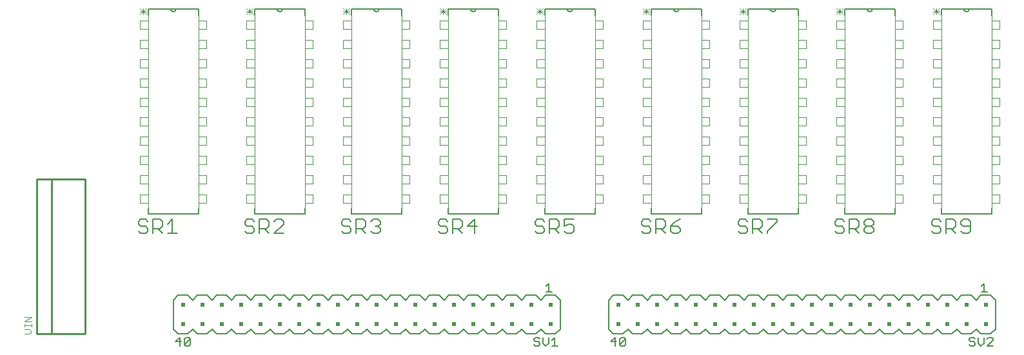
<source format=gto>
G75*
G70*
%OFA0B0*%
%FSLAX24Y24*%
%IPPOS*%
%LPD*%
%AMOC8*
5,1,8,0,0,1.08239X$1,22.5*
%
%ADD10C,0.0060*%
%ADD11C,0.0030*%
%ADD12C,0.0000*%
%ADD13C,0.0080*%
%ADD14C,0.0050*%
%ADD15R,0.0200X0.0200*%
%ADD16C,0.0100*%
%ADD17C,0.0040*%
D10*
X009181Y001931D02*
X009431Y001681D01*
X009931Y001681D01*
X010181Y001931D01*
X010431Y001681D01*
X010931Y001681D01*
X011181Y001931D01*
X011431Y001681D01*
X011931Y001681D01*
X012181Y001931D01*
X012431Y001681D01*
X012931Y001681D01*
X013181Y001931D01*
X013431Y001681D01*
X013931Y001681D01*
X014181Y001931D01*
X014431Y001681D01*
X014931Y001681D01*
X015181Y001931D01*
X015431Y001681D01*
X015931Y001681D01*
X016181Y001931D01*
X016431Y001681D01*
X016931Y001681D01*
X017181Y001931D01*
X017431Y001681D01*
X017931Y001681D01*
X018181Y001931D01*
X018431Y001681D01*
X018931Y001681D01*
X019181Y001931D01*
X019431Y001681D01*
X019931Y001681D01*
X020181Y001931D01*
X020431Y001681D01*
X020931Y001681D01*
X021181Y001931D01*
X021431Y001681D01*
X021931Y001681D01*
X022181Y001931D01*
X022431Y001681D01*
X022931Y001681D01*
X023181Y001931D01*
X023431Y001681D01*
X023931Y001681D01*
X024181Y001931D01*
X024431Y001681D01*
X024931Y001681D01*
X025181Y001931D01*
X025431Y001681D01*
X025931Y001681D01*
X026181Y001931D01*
X026431Y001681D01*
X026931Y001681D01*
X027181Y001931D01*
X027431Y001681D01*
X027931Y001681D01*
X028181Y001931D01*
X028431Y001681D01*
X028931Y001681D01*
X029181Y001931D01*
X029181Y003431D01*
X028931Y003681D01*
X028431Y003681D01*
X028181Y003431D01*
X027931Y003681D01*
X027431Y003681D01*
X027181Y003431D01*
X026931Y003681D01*
X026431Y003681D01*
X026181Y003431D01*
X025931Y003681D01*
X025431Y003681D01*
X025181Y003431D01*
X024931Y003681D01*
X024431Y003681D01*
X024181Y003431D01*
X023931Y003681D01*
X023431Y003681D01*
X023181Y003431D01*
X022931Y003681D01*
X022431Y003681D01*
X022181Y003431D01*
X021931Y003681D01*
X021431Y003681D01*
X021181Y003431D01*
X020931Y003681D01*
X020431Y003681D01*
X020181Y003431D01*
X019931Y003681D01*
X019431Y003681D01*
X019181Y003431D01*
X018931Y003681D01*
X018431Y003681D01*
X018181Y003431D01*
X017931Y003681D01*
X017431Y003681D01*
X017181Y003431D01*
X016931Y003681D01*
X016431Y003681D01*
X016181Y003431D01*
X015931Y003681D01*
X015431Y003681D01*
X015181Y003431D01*
X014931Y003681D01*
X014431Y003681D01*
X014181Y003431D01*
X013931Y003681D01*
X013431Y003681D01*
X013181Y003431D01*
X012931Y003681D01*
X012431Y003681D01*
X012181Y003431D01*
X011931Y003681D01*
X011431Y003681D01*
X011181Y003431D01*
X010931Y003681D01*
X010431Y003681D01*
X010181Y003431D01*
X009931Y003681D01*
X009431Y003681D01*
X009181Y003431D01*
X009181Y001931D01*
X007881Y007881D02*
X010481Y007881D01*
X010481Y008201D01*
X007881Y008201D02*
X007881Y007881D01*
X013381Y007881D02*
X015981Y007881D01*
X015981Y008201D01*
X018381Y008201D02*
X018381Y007881D01*
X020981Y007881D01*
X020981Y008201D01*
X023381Y008201D02*
X023381Y007881D01*
X025981Y007881D01*
X025981Y008201D01*
X028381Y008201D02*
X028381Y007881D01*
X030981Y007881D01*
X030981Y008201D01*
X033881Y008201D02*
X033881Y007881D01*
X036481Y007881D01*
X036481Y008201D01*
X038881Y008201D02*
X038881Y007881D01*
X041481Y007881D01*
X041481Y008201D01*
X043881Y008201D02*
X043881Y007881D01*
X046481Y007881D01*
X046481Y008201D01*
X048881Y008201D02*
X048881Y007881D01*
X051481Y007881D01*
X051481Y008201D01*
X051431Y003681D02*
X050931Y003681D01*
X050681Y003431D01*
X050431Y003681D01*
X049931Y003681D01*
X049681Y003431D01*
X049431Y003681D01*
X048931Y003681D01*
X048681Y003431D01*
X048431Y003681D01*
X047931Y003681D01*
X047681Y003431D01*
X047431Y003681D01*
X046931Y003681D01*
X046681Y003431D01*
X046431Y003681D01*
X045931Y003681D01*
X045681Y003431D01*
X045431Y003681D01*
X044931Y003681D01*
X044681Y003431D01*
X044431Y003681D01*
X043931Y003681D01*
X043681Y003431D01*
X043431Y003681D01*
X042931Y003681D01*
X042681Y003431D01*
X042431Y003681D01*
X041931Y003681D01*
X041681Y003431D01*
X041431Y003681D01*
X040931Y003681D01*
X040681Y003431D01*
X040431Y003681D01*
X039931Y003681D01*
X039681Y003431D01*
X039431Y003681D01*
X038931Y003681D01*
X038681Y003431D01*
X038431Y003681D01*
X037931Y003681D01*
X037681Y003431D01*
X037431Y003681D01*
X036931Y003681D01*
X036681Y003431D01*
X036431Y003681D01*
X035931Y003681D01*
X035681Y003431D01*
X035431Y003681D01*
X034931Y003681D01*
X034681Y003431D01*
X034431Y003681D01*
X033931Y003681D01*
X033681Y003431D01*
X033431Y003681D01*
X032931Y003681D01*
X032681Y003431D01*
X032431Y003681D01*
X031931Y003681D01*
X031681Y003431D01*
X031681Y001931D01*
X031931Y001681D01*
X032431Y001681D01*
X032681Y001931D01*
X032931Y001681D01*
X033431Y001681D01*
X033681Y001931D01*
X033931Y001681D01*
X034431Y001681D01*
X034681Y001931D01*
X034931Y001681D01*
X035431Y001681D01*
X035681Y001931D01*
X035931Y001681D01*
X036431Y001681D01*
X036681Y001931D01*
X036931Y001681D01*
X037431Y001681D01*
X037681Y001931D01*
X037931Y001681D01*
X038431Y001681D01*
X038681Y001931D01*
X038931Y001681D01*
X039431Y001681D01*
X039681Y001931D01*
X039931Y001681D01*
X040431Y001681D01*
X040681Y001931D01*
X040931Y001681D01*
X041431Y001681D01*
X041681Y001931D01*
X041931Y001681D01*
X042431Y001681D01*
X042681Y001931D01*
X042931Y001681D01*
X043431Y001681D01*
X043681Y001931D01*
X043931Y001681D01*
X044431Y001681D01*
X044681Y001931D01*
X044931Y001681D01*
X045431Y001681D01*
X045681Y001931D01*
X045931Y001681D01*
X046431Y001681D01*
X046681Y001931D01*
X046931Y001681D01*
X047431Y001681D01*
X047681Y001931D01*
X047931Y001681D01*
X048431Y001681D01*
X048681Y001931D01*
X048931Y001681D01*
X049431Y001681D01*
X049681Y001931D01*
X049931Y001681D01*
X050431Y001681D01*
X050681Y001931D01*
X050931Y001681D01*
X051431Y001681D01*
X051681Y001931D01*
X051681Y003431D01*
X051431Y003681D01*
X051481Y018161D02*
X051481Y018481D01*
X050301Y018481D01*
X050061Y018481D01*
X048881Y018481D01*
X048881Y018201D01*
X050061Y018481D02*
X050063Y018460D01*
X050068Y018440D01*
X050077Y018421D01*
X050089Y018404D01*
X050104Y018389D01*
X050121Y018377D01*
X050140Y018368D01*
X050160Y018363D01*
X050181Y018361D01*
X050202Y018363D01*
X050222Y018368D01*
X050241Y018377D01*
X050258Y018389D01*
X050273Y018404D01*
X050285Y018421D01*
X050294Y018440D01*
X050299Y018460D01*
X050301Y018481D01*
X046481Y018481D02*
X046481Y018161D01*
X046481Y018481D02*
X045301Y018481D01*
X045061Y018481D01*
X043881Y018481D01*
X043881Y018201D01*
X045061Y018481D02*
X045063Y018460D01*
X045068Y018440D01*
X045077Y018421D01*
X045089Y018404D01*
X045104Y018389D01*
X045121Y018377D01*
X045140Y018368D01*
X045160Y018363D01*
X045181Y018361D01*
X045202Y018363D01*
X045222Y018368D01*
X045241Y018377D01*
X045258Y018389D01*
X045273Y018404D01*
X045285Y018421D01*
X045294Y018440D01*
X045299Y018460D01*
X045301Y018481D01*
X041481Y018481D02*
X041481Y018161D01*
X041481Y018481D02*
X040301Y018481D01*
X040061Y018481D01*
X038881Y018481D01*
X038881Y018201D01*
X040061Y018481D02*
X040063Y018460D01*
X040068Y018440D01*
X040077Y018421D01*
X040089Y018404D01*
X040104Y018389D01*
X040121Y018377D01*
X040140Y018368D01*
X040160Y018363D01*
X040181Y018361D01*
X040202Y018363D01*
X040222Y018368D01*
X040241Y018377D01*
X040258Y018389D01*
X040273Y018404D01*
X040285Y018421D01*
X040294Y018440D01*
X040299Y018460D01*
X040301Y018481D01*
X036481Y018481D02*
X036481Y018161D01*
X036481Y018481D02*
X035301Y018481D01*
X035061Y018481D01*
X033881Y018481D01*
X033881Y018201D01*
X035061Y018481D02*
X035063Y018460D01*
X035068Y018440D01*
X035077Y018421D01*
X035089Y018404D01*
X035104Y018389D01*
X035121Y018377D01*
X035140Y018368D01*
X035160Y018363D01*
X035181Y018361D01*
X035202Y018363D01*
X035222Y018368D01*
X035241Y018377D01*
X035258Y018389D01*
X035273Y018404D01*
X035285Y018421D01*
X035294Y018440D01*
X035299Y018460D01*
X035301Y018481D01*
X030981Y018481D02*
X030981Y018161D01*
X030981Y018481D02*
X029801Y018481D01*
X029561Y018481D01*
X028381Y018481D01*
X028381Y018201D01*
X029561Y018481D02*
X029563Y018460D01*
X029568Y018440D01*
X029577Y018421D01*
X029589Y018404D01*
X029604Y018389D01*
X029621Y018377D01*
X029640Y018368D01*
X029660Y018363D01*
X029681Y018361D01*
X029702Y018363D01*
X029722Y018368D01*
X029741Y018377D01*
X029758Y018389D01*
X029773Y018404D01*
X029785Y018421D01*
X029794Y018440D01*
X029799Y018460D01*
X029801Y018481D01*
X025981Y018481D02*
X025981Y018161D01*
X025981Y018481D02*
X024801Y018481D01*
X024561Y018481D01*
X023381Y018481D01*
X023381Y018201D01*
X024561Y018481D02*
X024563Y018460D01*
X024568Y018440D01*
X024577Y018421D01*
X024589Y018404D01*
X024604Y018389D01*
X024621Y018377D01*
X024640Y018368D01*
X024660Y018363D01*
X024681Y018361D01*
X024702Y018363D01*
X024722Y018368D01*
X024741Y018377D01*
X024758Y018389D01*
X024773Y018404D01*
X024785Y018421D01*
X024794Y018440D01*
X024799Y018460D01*
X024801Y018481D01*
X020981Y018481D02*
X020981Y018161D01*
X020981Y018481D02*
X019801Y018481D01*
X019561Y018481D01*
X018381Y018481D01*
X018381Y018201D01*
X019561Y018481D02*
X019563Y018460D01*
X019568Y018440D01*
X019577Y018421D01*
X019589Y018404D01*
X019604Y018389D01*
X019621Y018377D01*
X019640Y018368D01*
X019660Y018363D01*
X019681Y018361D01*
X019702Y018363D01*
X019722Y018368D01*
X019741Y018377D01*
X019758Y018389D01*
X019773Y018404D01*
X019785Y018421D01*
X019794Y018440D01*
X019799Y018460D01*
X019801Y018481D01*
X015981Y018481D02*
X015981Y018161D01*
X015981Y018481D02*
X014801Y018481D01*
X014561Y018481D01*
X013381Y018481D01*
X013381Y018201D01*
X014561Y018481D02*
X014563Y018460D01*
X014568Y018440D01*
X014577Y018421D01*
X014589Y018404D01*
X014604Y018389D01*
X014621Y018377D01*
X014640Y018368D01*
X014660Y018363D01*
X014681Y018361D01*
X014702Y018363D01*
X014722Y018368D01*
X014741Y018377D01*
X014758Y018389D01*
X014773Y018404D01*
X014785Y018421D01*
X014794Y018440D01*
X014799Y018460D01*
X014801Y018481D01*
X010481Y018481D02*
X010481Y018161D01*
X010481Y018481D02*
X009301Y018481D01*
X009061Y018481D01*
X007881Y018481D01*
X007881Y018201D01*
X009061Y018481D02*
X009063Y018460D01*
X009068Y018440D01*
X009077Y018421D01*
X009089Y018404D01*
X009104Y018389D01*
X009121Y018377D01*
X009140Y018368D01*
X009160Y018363D01*
X009181Y018361D01*
X009202Y018363D01*
X009222Y018368D01*
X009241Y018377D01*
X009258Y018389D01*
X009273Y018404D01*
X009285Y018421D01*
X009294Y018440D01*
X009299Y018460D01*
X009301Y018481D01*
X013381Y008201D02*
X013381Y007881D01*
D11*
X013280Y018215D02*
X012966Y018528D01*
X013280Y018215D01*
X013280Y018372D02*
X012966Y018372D01*
X013280Y018372D01*
X013280Y018528D02*
X012966Y018215D01*
X013280Y018528D01*
X013123Y018528D02*
X013123Y018215D01*
X013123Y018528D01*
X017966Y018528D02*
X018280Y018215D01*
X017966Y018528D01*
X017966Y018372D02*
X018280Y018372D01*
X017966Y018372D01*
X017966Y018215D02*
X018280Y018528D01*
X017966Y018215D01*
X018123Y018215D02*
X018123Y018528D01*
X018123Y018215D01*
X022966Y018215D02*
X023280Y018528D01*
X022966Y018215D01*
X022966Y018372D02*
X023280Y018372D01*
X022966Y018372D01*
X022966Y018528D02*
X023280Y018215D01*
X022966Y018528D01*
X023123Y018528D02*
X023123Y018215D01*
X023123Y018528D01*
X027966Y018528D02*
X028280Y018215D01*
X027966Y018528D01*
X027966Y018372D02*
X028280Y018372D01*
X027966Y018372D01*
X027966Y018215D02*
X028280Y018528D01*
X027966Y018215D01*
X028123Y018215D02*
X028123Y018528D01*
X028123Y018215D01*
X033466Y018215D02*
X033780Y018528D01*
X033466Y018215D01*
X033466Y018372D02*
X033780Y018372D01*
X033466Y018372D01*
X033466Y018528D02*
X033780Y018215D01*
X033466Y018528D01*
X033623Y018528D02*
X033623Y018215D01*
X033623Y018528D01*
X038466Y018528D02*
X038780Y018215D01*
X038466Y018528D01*
X038466Y018372D02*
X038780Y018372D01*
X038466Y018372D01*
X038466Y018215D02*
X038780Y018528D01*
X038466Y018215D01*
X038623Y018215D02*
X038623Y018528D01*
X038623Y018215D01*
X043466Y018215D02*
X043780Y018528D01*
X043466Y018215D01*
X043466Y018372D02*
X043780Y018372D01*
X043466Y018372D01*
X043466Y018528D02*
X043780Y018215D01*
X043466Y018528D01*
X043623Y018528D02*
X043623Y018215D01*
X043623Y018528D01*
X048466Y018528D02*
X048780Y018215D01*
X048466Y018528D01*
X048466Y018372D02*
X048780Y018372D01*
X048466Y018372D01*
X048466Y018215D02*
X048780Y018528D01*
X048466Y018215D01*
X048623Y018215D02*
X048623Y018528D01*
X048623Y018215D01*
X007780Y018215D02*
X007466Y018528D01*
X007780Y018215D01*
X007780Y018372D02*
X007466Y018372D01*
X007780Y018372D01*
X007780Y018528D02*
X007466Y018215D01*
X007780Y018528D01*
X007623Y018528D02*
X007623Y018215D01*
X007623Y018528D01*
D12*
X007881Y018481D02*
X007881Y007881D01*
X010481Y007881D01*
X010481Y018481D01*
X009301Y018481D01*
X009061Y018481D01*
X007881Y018481D01*
X007881Y017901D02*
X007461Y017901D01*
X007461Y017461D01*
X007881Y017461D01*
X007881Y017901D01*
X009061Y018481D02*
X009063Y018460D01*
X009068Y018440D01*
X009077Y018421D01*
X009089Y018404D01*
X009104Y018389D01*
X009121Y018377D01*
X009140Y018368D01*
X009160Y018363D01*
X009181Y018361D01*
X009202Y018363D01*
X009222Y018368D01*
X009241Y018377D01*
X009258Y018389D01*
X009273Y018404D01*
X009285Y018421D01*
X009294Y018440D01*
X009299Y018460D01*
X009301Y018481D01*
X010481Y017901D02*
X010901Y017901D01*
X010901Y017461D01*
X010481Y017461D01*
X010481Y017901D01*
X010481Y016901D02*
X010901Y016901D01*
X010901Y016461D01*
X010481Y016461D01*
X010481Y016901D01*
X010481Y015901D02*
X010901Y015901D01*
X010901Y015461D01*
X010481Y015461D01*
X010481Y015901D01*
X010481Y014901D02*
X010901Y014901D01*
X010901Y014461D01*
X010481Y014461D01*
X010481Y014901D01*
X010481Y013901D02*
X010901Y013901D01*
X010901Y013461D01*
X010481Y013461D01*
X010481Y013901D01*
X010481Y012901D02*
X010901Y012901D01*
X010901Y012461D01*
X010481Y012461D01*
X010481Y012901D01*
X010481Y011901D02*
X010901Y011901D01*
X010901Y011461D01*
X010481Y011461D01*
X010481Y011901D01*
X010481Y010901D02*
X010901Y010901D01*
X010901Y010461D01*
X010481Y010461D01*
X010481Y010901D01*
X010481Y009901D02*
X010901Y009901D01*
X010901Y009461D01*
X010481Y009461D01*
X010481Y009901D01*
X010481Y008901D02*
X010901Y008901D01*
X010901Y008461D01*
X010481Y008461D01*
X010481Y008901D01*
X012961Y008901D02*
X012961Y008461D01*
X013381Y008461D01*
X013381Y008901D01*
X012961Y008901D01*
X012961Y009461D02*
X013381Y009461D01*
X013381Y009901D01*
X012961Y009901D01*
X012961Y009461D01*
X012961Y010461D02*
X013381Y010461D01*
X013381Y010901D01*
X012961Y010901D01*
X012961Y010461D01*
X012961Y011461D02*
X013381Y011461D01*
X013381Y011901D01*
X012961Y011901D01*
X012961Y011461D01*
X012961Y012461D02*
X013381Y012461D01*
X013381Y012901D01*
X012961Y012901D01*
X012961Y012461D01*
X012961Y013461D02*
X013381Y013461D01*
X013381Y013901D01*
X012961Y013901D01*
X012961Y013461D01*
X012961Y014461D02*
X013381Y014461D01*
X013381Y014901D01*
X012961Y014901D01*
X012961Y014461D01*
X012961Y015461D02*
X013381Y015461D01*
X013381Y015901D01*
X012961Y015901D01*
X012961Y015461D01*
X012961Y016461D02*
X013381Y016461D01*
X013381Y016901D01*
X012961Y016901D01*
X012961Y016461D01*
X012961Y017461D02*
X013381Y017461D01*
X013381Y017901D01*
X012961Y017901D01*
X012961Y017461D01*
X013381Y018481D02*
X013381Y007881D01*
X015981Y007881D01*
X015981Y018481D01*
X014801Y018481D01*
X014561Y018481D01*
X013381Y018481D01*
X014561Y018481D02*
X014563Y018460D01*
X014568Y018440D01*
X014577Y018421D01*
X014589Y018404D01*
X014604Y018389D01*
X014621Y018377D01*
X014640Y018368D01*
X014660Y018363D01*
X014681Y018361D01*
X014702Y018363D01*
X014722Y018368D01*
X014741Y018377D01*
X014758Y018389D01*
X014773Y018404D01*
X014785Y018421D01*
X014794Y018440D01*
X014799Y018460D01*
X014801Y018481D01*
X015981Y017901D02*
X016401Y017901D01*
X016401Y017461D01*
X015981Y017461D01*
X015981Y017901D01*
X017961Y017901D02*
X017961Y017461D01*
X018381Y017461D01*
X018381Y017901D01*
X017961Y017901D01*
X018381Y018481D02*
X018381Y007881D01*
X020981Y007881D01*
X020981Y018481D01*
X019801Y018481D01*
X019561Y018481D01*
X018381Y018481D01*
X019561Y018481D02*
X019563Y018460D01*
X019568Y018440D01*
X019577Y018421D01*
X019589Y018404D01*
X019604Y018389D01*
X019621Y018377D01*
X019640Y018368D01*
X019660Y018363D01*
X019681Y018361D01*
X019702Y018363D01*
X019722Y018368D01*
X019741Y018377D01*
X019758Y018389D01*
X019773Y018404D01*
X019785Y018421D01*
X019794Y018440D01*
X019799Y018460D01*
X019801Y018481D01*
X020981Y017901D02*
X021401Y017901D01*
X021401Y017461D01*
X020981Y017461D01*
X020981Y017901D01*
X022961Y017901D02*
X022961Y017461D01*
X023381Y017461D01*
X023381Y017901D01*
X022961Y017901D01*
X023381Y018481D02*
X023381Y007881D01*
X025981Y007881D01*
X025981Y018481D01*
X024801Y018481D01*
X024561Y018481D01*
X023381Y018481D01*
X024561Y018481D02*
X024563Y018460D01*
X024568Y018440D01*
X024577Y018421D01*
X024589Y018404D01*
X024604Y018389D01*
X024621Y018377D01*
X024640Y018368D01*
X024660Y018363D01*
X024681Y018361D01*
X024702Y018363D01*
X024722Y018368D01*
X024741Y018377D01*
X024758Y018389D01*
X024773Y018404D01*
X024785Y018421D01*
X024794Y018440D01*
X024799Y018460D01*
X024801Y018481D01*
X025981Y017901D02*
X026401Y017901D01*
X026401Y017461D01*
X025981Y017461D01*
X025981Y017901D01*
X027961Y017901D02*
X027961Y017461D01*
X028381Y017461D01*
X028381Y017901D01*
X027961Y017901D01*
X028381Y018481D02*
X028381Y007881D01*
X030981Y007881D01*
X030981Y018481D01*
X029801Y018481D01*
X029561Y018481D01*
X028381Y018481D01*
X029561Y018481D02*
X029563Y018460D01*
X029568Y018440D01*
X029577Y018421D01*
X029589Y018404D01*
X029604Y018389D01*
X029621Y018377D01*
X029640Y018368D01*
X029660Y018363D01*
X029681Y018361D01*
X029702Y018363D01*
X029722Y018368D01*
X029741Y018377D01*
X029758Y018389D01*
X029773Y018404D01*
X029785Y018421D01*
X029794Y018440D01*
X029799Y018460D01*
X029801Y018481D01*
X030981Y017901D02*
X031401Y017901D01*
X031401Y017461D01*
X030981Y017461D01*
X030981Y017901D01*
X030981Y016901D02*
X031401Y016901D01*
X031401Y016461D01*
X030981Y016461D01*
X030981Y016901D01*
X030981Y015901D02*
X031401Y015901D01*
X031401Y015461D01*
X030981Y015461D01*
X030981Y015901D01*
X030981Y014901D02*
X031401Y014901D01*
X031401Y014461D01*
X030981Y014461D01*
X030981Y014901D01*
X030981Y013901D02*
X031401Y013901D01*
X031401Y013461D01*
X030981Y013461D01*
X030981Y013901D01*
X030981Y012901D02*
X031401Y012901D01*
X031401Y012461D01*
X030981Y012461D01*
X030981Y012901D01*
X030981Y011901D02*
X031401Y011901D01*
X031401Y011461D01*
X030981Y011461D01*
X030981Y011901D01*
X030981Y010901D02*
X031401Y010901D01*
X031401Y010461D01*
X030981Y010461D01*
X030981Y010901D01*
X030981Y009901D02*
X031401Y009901D01*
X031401Y009461D01*
X030981Y009461D01*
X030981Y009901D01*
X030981Y008901D02*
X031401Y008901D01*
X031401Y008461D01*
X030981Y008461D01*
X030981Y008901D01*
X033461Y008901D02*
X033461Y008461D01*
X033881Y008461D01*
X033881Y008901D01*
X033461Y008901D01*
X033461Y009461D02*
X033881Y009461D01*
X033881Y009901D01*
X033461Y009901D01*
X033461Y009461D01*
X033461Y010461D02*
X033881Y010461D01*
X033881Y010901D01*
X033461Y010901D01*
X033461Y010461D01*
X033461Y011461D02*
X033881Y011461D01*
X033881Y011901D01*
X033461Y011901D01*
X033461Y011461D01*
X033461Y012461D02*
X033881Y012461D01*
X033881Y012901D01*
X033461Y012901D01*
X033461Y012461D01*
X033461Y013461D02*
X033881Y013461D01*
X033881Y013901D01*
X033461Y013901D01*
X033461Y013461D01*
X033461Y014461D02*
X033881Y014461D01*
X033881Y014901D01*
X033461Y014901D01*
X033461Y014461D01*
X033461Y015461D02*
X033881Y015461D01*
X033881Y015901D01*
X033461Y015901D01*
X033461Y015461D01*
X033461Y016461D02*
X033881Y016461D01*
X033881Y016901D01*
X033461Y016901D01*
X033461Y016461D01*
X033461Y017461D02*
X033881Y017461D01*
X033881Y017901D01*
X033461Y017901D01*
X033461Y017461D01*
X033881Y018481D02*
X033881Y007881D01*
X036481Y007881D01*
X036481Y018481D01*
X035301Y018481D01*
X035061Y018481D01*
X033881Y018481D01*
X035061Y018481D02*
X035063Y018460D01*
X035068Y018440D01*
X035077Y018421D01*
X035089Y018404D01*
X035104Y018389D01*
X035121Y018377D01*
X035140Y018368D01*
X035160Y018363D01*
X035181Y018361D01*
X035202Y018363D01*
X035222Y018368D01*
X035241Y018377D01*
X035258Y018389D01*
X035273Y018404D01*
X035285Y018421D01*
X035294Y018440D01*
X035299Y018460D01*
X035301Y018481D01*
X036481Y017901D02*
X036901Y017901D01*
X036901Y017461D01*
X036481Y017461D01*
X036481Y017901D01*
X038461Y017901D02*
X038461Y017461D01*
X038881Y017461D01*
X038881Y017901D01*
X038461Y017901D01*
X038881Y018481D02*
X038881Y007881D01*
X041481Y007881D01*
X041481Y018481D01*
X040301Y018481D01*
X040061Y018481D01*
X038881Y018481D01*
X040061Y018481D02*
X040063Y018460D01*
X040068Y018440D01*
X040077Y018421D01*
X040089Y018404D01*
X040104Y018389D01*
X040121Y018377D01*
X040140Y018368D01*
X040160Y018363D01*
X040181Y018361D01*
X040202Y018363D01*
X040222Y018368D01*
X040241Y018377D01*
X040258Y018389D01*
X040273Y018404D01*
X040285Y018421D01*
X040294Y018440D01*
X040299Y018460D01*
X040301Y018481D01*
X041481Y017901D02*
X041901Y017901D01*
X041901Y017461D01*
X041481Y017461D01*
X041481Y017901D01*
X043461Y017901D02*
X043461Y017461D01*
X043881Y017461D01*
X043881Y017901D01*
X043461Y017901D01*
X043881Y018481D02*
X043881Y007881D01*
X046481Y007881D01*
X046481Y018481D01*
X045301Y018481D01*
X045061Y018481D01*
X043881Y018481D01*
X045061Y018481D02*
X045063Y018460D01*
X045068Y018440D01*
X045077Y018421D01*
X045089Y018404D01*
X045104Y018389D01*
X045121Y018377D01*
X045140Y018368D01*
X045160Y018363D01*
X045181Y018361D01*
X045202Y018363D01*
X045222Y018368D01*
X045241Y018377D01*
X045258Y018389D01*
X045273Y018404D01*
X045285Y018421D01*
X045294Y018440D01*
X045299Y018460D01*
X045301Y018481D01*
X046481Y017901D02*
X046901Y017901D01*
X046901Y017461D01*
X046481Y017461D01*
X046481Y017901D01*
X048461Y017901D02*
X048461Y017461D01*
X048881Y017461D01*
X048881Y017901D01*
X048461Y017901D01*
X048881Y018481D02*
X048881Y007881D01*
X051481Y007881D01*
X051481Y018481D01*
X050301Y018481D01*
X050061Y018481D01*
X048881Y018481D01*
X050061Y018481D02*
X050063Y018460D01*
X050068Y018440D01*
X050077Y018421D01*
X050089Y018404D01*
X050104Y018389D01*
X050121Y018377D01*
X050140Y018368D01*
X050160Y018363D01*
X050181Y018361D01*
X050202Y018363D01*
X050222Y018368D01*
X050241Y018377D01*
X050258Y018389D01*
X050273Y018404D01*
X050285Y018421D01*
X050294Y018440D01*
X050299Y018460D01*
X050301Y018481D01*
X051481Y017901D02*
X051901Y017901D01*
X051901Y017461D01*
X051481Y017461D01*
X051481Y017901D01*
X051481Y016901D02*
X051901Y016901D01*
X051901Y016461D01*
X051481Y016461D01*
X051481Y016901D01*
X051481Y015901D02*
X051901Y015901D01*
X051901Y015461D01*
X051481Y015461D01*
X051481Y015901D01*
X048881Y015901D02*
X048881Y015461D01*
X048461Y015461D01*
X048461Y015901D01*
X048881Y015901D01*
X048881Y016461D02*
X048461Y016461D01*
X048461Y016901D01*
X048881Y016901D01*
X048881Y016461D01*
X046901Y016461D02*
X046901Y016901D01*
X046481Y016901D01*
X046481Y016461D01*
X046901Y016461D01*
X046901Y015901D02*
X046481Y015901D01*
X046481Y015461D01*
X046901Y015461D01*
X046901Y015901D01*
X046901Y014901D02*
X046481Y014901D01*
X046481Y014461D01*
X046901Y014461D01*
X046901Y014901D01*
X048461Y014901D02*
X048461Y014461D01*
X048881Y014461D01*
X048881Y014901D01*
X048461Y014901D01*
X048461Y013901D02*
X048461Y013461D01*
X048881Y013461D01*
X048881Y013901D01*
X048461Y013901D01*
X046901Y013901D02*
X046901Y013461D01*
X046481Y013461D01*
X046481Y013901D01*
X046901Y013901D01*
X046901Y012901D02*
X046481Y012901D01*
X046481Y012461D01*
X046901Y012461D01*
X046901Y012901D01*
X048461Y012901D02*
X048461Y012461D01*
X048881Y012461D01*
X048881Y012901D01*
X048461Y012901D01*
X048461Y011901D02*
X048461Y011461D01*
X048881Y011461D01*
X048881Y011901D01*
X048461Y011901D01*
X046901Y011901D02*
X046901Y011461D01*
X046481Y011461D01*
X046481Y011901D01*
X046901Y011901D01*
X046901Y010901D02*
X046481Y010901D01*
X046481Y010461D01*
X046901Y010461D01*
X046901Y010901D01*
X048461Y010901D02*
X048461Y010461D01*
X048881Y010461D01*
X048881Y010901D01*
X048461Y010901D01*
X048461Y009901D02*
X048461Y009461D01*
X048881Y009461D01*
X048881Y009901D01*
X048461Y009901D01*
X046901Y009901D02*
X046901Y009461D01*
X046481Y009461D01*
X046481Y009901D01*
X046901Y009901D01*
X046901Y008901D02*
X046481Y008901D01*
X046481Y008461D01*
X046901Y008461D01*
X046901Y008901D01*
X048461Y008901D02*
X048461Y008461D01*
X048881Y008461D01*
X048881Y008901D01*
X048461Y008901D01*
X051481Y008901D02*
X051481Y008461D01*
X051901Y008461D01*
X051901Y008901D01*
X051481Y008901D01*
X051481Y009461D02*
X051901Y009461D01*
X051901Y009901D01*
X051481Y009901D01*
X051481Y009461D01*
X051481Y010461D02*
X051901Y010461D01*
X051901Y010901D01*
X051481Y010901D01*
X051481Y010461D01*
X051481Y011461D02*
X051901Y011461D01*
X051901Y011901D01*
X051481Y011901D01*
X051481Y011461D01*
X051481Y012461D02*
X051901Y012461D01*
X051901Y012901D01*
X051481Y012901D01*
X051481Y012461D01*
X051481Y013461D02*
X051901Y013461D01*
X051901Y013901D01*
X051481Y013901D01*
X051481Y013461D01*
X051481Y014461D02*
X051901Y014461D01*
X051901Y014901D01*
X051481Y014901D01*
X051481Y014461D01*
X043881Y014461D02*
X043461Y014461D01*
X043461Y014901D01*
X043881Y014901D01*
X043881Y014461D01*
X043881Y013901D02*
X043461Y013901D01*
X043461Y013461D01*
X043881Y013461D01*
X043881Y013901D01*
X041901Y013901D02*
X041901Y013461D01*
X041481Y013461D01*
X041481Y013901D01*
X041901Y013901D01*
X041901Y014461D02*
X041481Y014461D01*
X041481Y014901D01*
X041901Y014901D01*
X041901Y014461D01*
X041901Y015461D02*
X041481Y015461D01*
X041481Y015901D01*
X041901Y015901D01*
X041901Y015461D01*
X043461Y015461D02*
X043881Y015461D01*
X043881Y015901D01*
X043461Y015901D01*
X043461Y015461D01*
X043461Y016461D02*
X043881Y016461D01*
X043881Y016901D01*
X043461Y016901D01*
X043461Y016461D01*
X041901Y016461D02*
X041901Y016901D01*
X041481Y016901D01*
X041481Y016461D01*
X041901Y016461D01*
X038881Y016461D02*
X038461Y016461D01*
X038461Y016901D01*
X038881Y016901D01*
X038881Y016461D01*
X038881Y015901D02*
X038461Y015901D01*
X038461Y015461D01*
X038881Y015461D01*
X038881Y015901D01*
X036901Y015901D02*
X036901Y015461D01*
X036481Y015461D01*
X036481Y015901D01*
X036901Y015901D01*
X036901Y016461D02*
X036481Y016461D01*
X036481Y016901D01*
X036901Y016901D01*
X036901Y016461D01*
X036901Y014901D02*
X036481Y014901D01*
X036481Y014461D01*
X036901Y014461D01*
X036901Y014901D01*
X038461Y014901D02*
X038461Y014461D01*
X038881Y014461D01*
X038881Y014901D01*
X038461Y014901D01*
X038461Y013901D02*
X038461Y013461D01*
X038881Y013461D01*
X038881Y013901D01*
X038461Y013901D01*
X036901Y013901D02*
X036901Y013461D01*
X036481Y013461D01*
X036481Y013901D01*
X036901Y013901D01*
X036901Y012901D02*
X036481Y012901D01*
X036481Y012461D01*
X036901Y012461D01*
X036901Y012901D01*
X038461Y012901D02*
X038461Y012461D01*
X038881Y012461D01*
X038881Y012901D01*
X038461Y012901D01*
X038461Y011901D02*
X038461Y011461D01*
X038881Y011461D01*
X038881Y011901D01*
X038461Y011901D01*
X036901Y011901D02*
X036901Y011461D01*
X036481Y011461D01*
X036481Y011901D01*
X036901Y011901D01*
X036901Y010901D02*
X036481Y010901D01*
X036481Y010461D01*
X036901Y010461D01*
X036901Y010901D01*
X038461Y010901D02*
X038461Y010461D01*
X038881Y010461D01*
X038881Y010901D01*
X038461Y010901D01*
X038461Y009901D02*
X038461Y009461D01*
X038881Y009461D01*
X038881Y009901D01*
X038461Y009901D01*
X036901Y009901D02*
X036901Y009461D01*
X036481Y009461D01*
X036481Y009901D01*
X036901Y009901D01*
X036901Y008901D02*
X036481Y008901D01*
X036481Y008461D01*
X036901Y008461D01*
X036901Y008901D01*
X038461Y008901D02*
X038461Y008461D01*
X038881Y008461D01*
X038881Y008901D01*
X038461Y008901D01*
X041481Y008901D02*
X041481Y008461D01*
X041901Y008461D01*
X041901Y008901D01*
X041481Y008901D01*
X041481Y009461D02*
X041901Y009461D01*
X041901Y009901D01*
X041481Y009901D01*
X041481Y009461D01*
X043461Y009461D02*
X043881Y009461D01*
X043881Y009901D01*
X043461Y009901D01*
X043461Y009461D01*
X043461Y008901D02*
X043461Y008461D01*
X043881Y008461D01*
X043881Y008901D01*
X043461Y008901D01*
X043461Y010461D02*
X043881Y010461D01*
X043881Y010901D01*
X043461Y010901D01*
X043461Y010461D01*
X041901Y010461D02*
X041901Y010901D01*
X041481Y010901D01*
X041481Y010461D01*
X041901Y010461D01*
X041901Y011461D02*
X041481Y011461D01*
X041481Y011901D01*
X041901Y011901D01*
X041901Y011461D01*
X043461Y011461D02*
X043461Y011901D01*
X043881Y011901D01*
X043881Y011461D01*
X043461Y011461D01*
X043461Y012461D02*
X043881Y012461D01*
X043881Y012901D01*
X043461Y012901D01*
X043461Y012461D01*
X041901Y012461D02*
X041901Y012901D01*
X041481Y012901D01*
X041481Y012461D01*
X041901Y012461D01*
X028381Y012461D02*
X027961Y012461D01*
X027961Y012901D01*
X028381Y012901D01*
X028381Y012461D01*
X028381Y011901D02*
X027961Y011901D01*
X027961Y011461D01*
X028381Y011461D01*
X028381Y011901D01*
X026401Y011901D02*
X026401Y011461D01*
X025981Y011461D01*
X025981Y011901D01*
X026401Y011901D01*
X026401Y012461D02*
X025981Y012461D01*
X025981Y012901D01*
X026401Y012901D01*
X026401Y012461D01*
X026401Y013461D02*
X025981Y013461D01*
X025981Y013901D01*
X026401Y013901D01*
X026401Y013461D01*
X027961Y013461D02*
X028381Y013461D01*
X028381Y013901D01*
X027961Y013901D01*
X027961Y013461D01*
X027961Y014461D02*
X028381Y014461D01*
X028381Y014901D01*
X027961Y014901D01*
X027961Y014461D01*
X026401Y014461D02*
X026401Y014901D01*
X025981Y014901D01*
X025981Y014461D01*
X026401Y014461D01*
X026401Y015461D02*
X025981Y015461D01*
X025981Y015901D01*
X026401Y015901D01*
X026401Y015461D01*
X027961Y015461D02*
X027961Y015901D01*
X028381Y015901D01*
X028381Y015461D01*
X027961Y015461D01*
X027961Y016461D02*
X028381Y016461D01*
X028381Y016901D01*
X027961Y016901D01*
X027961Y016461D01*
X026401Y016461D02*
X026401Y016901D01*
X025981Y016901D01*
X025981Y016461D01*
X026401Y016461D01*
X023381Y016461D02*
X022961Y016461D01*
X022961Y016901D01*
X023381Y016901D01*
X023381Y016461D01*
X023381Y015901D02*
X022961Y015901D01*
X022961Y015461D01*
X023381Y015461D01*
X023381Y015901D01*
X021401Y015901D02*
X021401Y015461D01*
X020981Y015461D01*
X020981Y015901D01*
X021401Y015901D01*
X021401Y016461D02*
X021401Y016901D01*
X020981Y016901D01*
X020981Y016461D01*
X021401Y016461D01*
X018381Y016461D02*
X017961Y016461D01*
X017961Y016901D01*
X018381Y016901D01*
X018381Y016461D01*
X018381Y015901D02*
X017961Y015901D01*
X017961Y015461D01*
X018381Y015461D01*
X018381Y015901D01*
X016401Y015901D02*
X016401Y015461D01*
X015981Y015461D01*
X015981Y015901D01*
X016401Y015901D01*
X016401Y016461D02*
X015981Y016461D01*
X015981Y016901D01*
X016401Y016901D01*
X016401Y016461D01*
X016401Y014901D02*
X015981Y014901D01*
X015981Y014461D01*
X016401Y014461D01*
X016401Y014901D01*
X017961Y014901D02*
X017961Y014461D01*
X018381Y014461D01*
X018381Y014901D01*
X017961Y014901D01*
X017961Y013901D02*
X017961Y013461D01*
X018381Y013461D01*
X018381Y013901D01*
X017961Y013901D01*
X016401Y013901D02*
X016401Y013461D01*
X015981Y013461D01*
X015981Y013901D01*
X016401Y013901D01*
X016401Y012901D02*
X015981Y012901D01*
X015981Y012461D01*
X016401Y012461D01*
X016401Y012901D01*
X017961Y012901D02*
X017961Y012461D01*
X018381Y012461D01*
X018381Y012901D01*
X017961Y012901D01*
X017961Y011901D02*
X017961Y011461D01*
X018381Y011461D01*
X018381Y011901D01*
X017961Y011901D01*
X016401Y011901D02*
X016401Y011461D01*
X015981Y011461D01*
X015981Y011901D01*
X016401Y011901D01*
X016401Y010901D02*
X015981Y010901D01*
X015981Y010461D01*
X016401Y010461D01*
X016401Y010901D01*
X017961Y010901D02*
X017961Y010461D01*
X018381Y010461D01*
X018381Y010901D01*
X017961Y010901D01*
X017961Y009901D02*
X017961Y009461D01*
X018381Y009461D01*
X018381Y009901D01*
X017961Y009901D01*
X016401Y009901D02*
X016401Y009461D01*
X015981Y009461D01*
X015981Y009901D01*
X016401Y009901D01*
X016401Y008901D02*
X015981Y008901D01*
X015981Y008461D01*
X016401Y008461D01*
X016401Y008901D01*
X017961Y008901D02*
X017961Y008461D01*
X018381Y008461D01*
X018381Y008901D01*
X017961Y008901D01*
X020981Y008901D02*
X020981Y008461D01*
X021401Y008461D01*
X021401Y008901D01*
X020981Y008901D01*
X020981Y009461D02*
X021401Y009461D01*
X021401Y009901D01*
X020981Y009901D01*
X020981Y009461D01*
X022961Y009461D02*
X023381Y009461D01*
X023381Y009901D01*
X022961Y009901D01*
X022961Y009461D01*
X022961Y008901D02*
X022961Y008461D01*
X023381Y008461D01*
X023381Y008901D01*
X022961Y008901D01*
X025981Y008901D02*
X025981Y008461D01*
X026401Y008461D01*
X026401Y008901D01*
X025981Y008901D01*
X025981Y009461D02*
X026401Y009461D01*
X026401Y009901D01*
X025981Y009901D01*
X025981Y009461D01*
X027961Y009461D02*
X028381Y009461D01*
X028381Y009901D01*
X027961Y009901D01*
X027961Y009461D01*
X027961Y008901D02*
X027961Y008461D01*
X028381Y008461D01*
X028381Y008901D01*
X027961Y008901D01*
X027961Y010461D02*
X028381Y010461D01*
X028381Y010901D01*
X027961Y010901D01*
X027961Y010461D01*
X026401Y010461D02*
X026401Y010901D01*
X025981Y010901D01*
X025981Y010461D01*
X026401Y010461D01*
X023381Y010461D02*
X022961Y010461D01*
X022961Y010901D01*
X023381Y010901D01*
X023381Y010461D01*
X021401Y010461D02*
X021401Y010901D01*
X020981Y010901D01*
X020981Y010461D01*
X021401Y010461D01*
X021401Y011461D02*
X021401Y011901D01*
X020981Y011901D01*
X020981Y011461D01*
X021401Y011461D01*
X022961Y011461D02*
X023381Y011461D01*
X023381Y011901D01*
X022961Y011901D01*
X022961Y011461D01*
X022961Y012461D02*
X023381Y012461D01*
X023381Y012901D01*
X022961Y012901D01*
X022961Y012461D01*
X021401Y012461D02*
X021401Y012901D01*
X020981Y012901D01*
X020981Y012461D01*
X021401Y012461D01*
X021401Y013461D02*
X021401Y013901D01*
X020981Y013901D01*
X020981Y013461D01*
X021401Y013461D01*
X022961Y013461D02*
X023381Y013461D01*
X023381Y013901D01*
X022961Y013901D01*
X022961Y013461D01*
X022961Y014461D02*
X023381Y014461D01*
X023381Y014901D01*
X022961Y014901D01*
X022961Y014461D01*
X021401Y014461D02*
X021401Y014901D01*
X020981Y014901D01*
X020981Y014461D01*
X021401Y014461D01*
X007881Y014461D02*
X007461Y014461D01*
X007461Y014901D01*
X007881Y014901D01*
X007881Y014461D01*
X007881Y013901D02*
X007461Y013901D01*
X007461Y013461D01*
X007881Y013461D01*
X007881Y013901D01*
X007881Y012901D02*
X007461Y012901D01*
X007461Y012461D01*
X007881Y012461D01*
X007881Y012901D01*
X007881Y011901D02*
X007461Y011901D01*
X007461Y011461D01*
X007881Y011461D01*
X007881Y011901D01*
X007881Y010901D02*
X007461Y010901D01*
X007461Y010461D01*
X007881Y010461D01*
X007881Y010901D01*
X007881Y009901D02*
X007461Y009901D01*
X007461Y009461D01*
X007881Y009461D01*
X007881Y009901D01*
X007881Y008901D02*
X007461Y008901D01*
X007461Y008461D01*
X007881Y008461D01*
X007881Y008901D01*
X007881Y015461D02*
X007461Y015461D01*
X007461Y015901D01*
X007881Y015901D01*
X007881Y015461D01*
X007881Y016461D02*
X007461Y016461D01*
X007461Y016901D01*
X007881Y016901D01*
X007881Y016461D01*
D13*
X007742Y007622D02*
X007495Y007622D01*
X007371Y007499D01*
X007371Y007375D01*
X007495Y007252D01*
X007742Y007252D01*
X007865Y007128D01*
X007865Y007005D01*
X007742Y006881D01*
X007495Y006881D01*
X007371Y007005D01*
X007865Y007499D02*
X007742Y007622D01*
X008126Y007622D02*
X008497Y007622D01*
X008620Y007499D01*
X008620Y007252D01*
X008497Y007128D01*
X008126Y007128D01*
X008126Y006881D02*
X008126Y007622D01*
X008881Y007375D02*
X009128Y007622D01*
X009128Y006881D01*
X008881Y006881D02*
X009375Y006881D01*
X008620Y006881D02*
X008373Y007128D01*
X012871Y007005D02*
X012995Y006881D01*
X013242Y006881D01*
X013365Y007005D01*
X013365Y007128D01*
X013242Y007252D01*
X012995Y007252D01*
X012871Y007375D01*
X012871Y007499D01*
X012995Y007622D01*
X013242Y007622D01*
X013365Y007499D01*
X013626Y007622D02*
X013997Y007622D01*
X014120Y007499D01*
X014120Y007252D01*
X013997Y007128D01*
X013626Y007128D01*
X013626Y006881D02*
X013626Y007622D01*
X014381Y007499D02*
X014505Y007622D01*
X014752Y007622D01*
X014875Y007499D01*
X014875Y007375D01*
X014381Y006881D01*
X014875Y006881D01*
X014120Y006881D02*
X013873Y007128D01*
X017871Y007005D02*
X017995Y006881D01*
X018242Y006881D01*
X018365Y007005D01*
X018365Y007128D01*
X018242Y007252D01*
X017995Y007252D01*
X017871Y007375D01*
X017871Y007499D01*
X017995Y007622D01*
X018242Y007622D01*
X018365Y007499D01*
X018626Y007622D02*
X018997Y007622D01*
X019120Y007499D01*
X019120Y007252D01*
X018997Y007128D01*
X018626Y007128D01*
X018626Y006881D02*
X018626Y007622D01*
X018873Y007128D02*
X019120Y006881D01*
X019381Y007005D02*
X019505Y006881D01*
X019752Y006881D01*
X019875Y007005D01*
X019875Y007128D01*
X019752Y007252D01*
X019628Y007252D01*
X019752Y007252D02*
X019875Y007375D01*
X019875Y007499D01*
X019752Y007622D01*
X019505Y007622D01*
X019381Y007499D01*
X022871Y007499D02*
X022871Y007375D01*
X022995Y007252D01*
X023242Y007252D01*
X023365Y007128D01*
X023365Y007005D01*
X023242Y006881D01*
X022995Y006881D01*
X022871Y007005D01*
X022871Y007499D02*
X022995Y007622D01*
X023242Y007622D01*
X023365Y007499D01*
X023626Y007622D02*
X023997Y007622D01*
X024120Y007499D01*
X024120Y007252D01*
X023997Y007128D01*
X023626Y007128D01*
X023626Y006881D02*
X023626Y007622D01*
X023873Y007128D02*
X024120Y006881D01*
X024381Y007252D02*
X024875Y007252D01*
X024752Y007622D02*
X024381Y007252D01*
X024752Y007622D02*
X024752Y006881D01*
X027871Y007005D02*
X027995Y006881D01*
X028242Y006881D01*
X028365Y007005D01*
X028365Y007128D01*
X028242Y007252D01*
X027995Y007252D01*
X027871Y007375D01*
X027871Y007499D01*
X027995Y007622D01*
X028242Y007622D01*
X028365Y007499D01*
X028626Y007622D02*
X028997Y007622D01*
X029120Y007499D01*
X029120Y007252D01*
X028997Y007128D01*
X028626Y007128D01*
X028626Y006881D02*
X028626Y007622D01*
X029381Y007622D02*
X029381Y007252D01*
X029628Y007375D01*
X029752Y007375D01*
X029875Y007252D01*
X029875Y007005D01*
X029752Y006881D01*
X029505Y006881D01*
X029381Y007005D01*
X029120Y006881D02*
X028873Y007128D01*
X029381Y007622D02*
X029875Y007622D01*
X033371Y007499D02*
X033371Y007375D01*
X033495Y007252D01*
X033742Y007252D01*
X033865Y007128D01*
X033865Y007005D01*
X033742Y006881D01*
X033495Y006881D01*
X033371Y007005D01*
X034126Y007128D02*
X034497Y007128D01*
X034620Y007252D01*
X034620Y007499D01*
X034497Y007622D01*
X034126Y007622D01*
X034126Y006881D01*
X034373Y007128D02*
X034620Y006881D01*
X034881Y007005D02*
X035005Y006881D01*
X035252Y006881D01*
X035375Y007005D01*
X035375Y007128D01*
X035252Y007252D01*
X034881Y007252D01*
X034881Y007005D01*
X034881Y007252D02*
X035128Y007499D01*
X035375Y007622D01*
X033865Y007499D02*
X033742Y007622D01*
X033495Y007622D01*
X033371Y007499D01*
X038371Y007499D02*
X038371Y007375D01*
X038495Y007252D01*
X038742Y007252D01*
X038865Y007128D01*
X038865Y007005D01*
X038742Y006881D01*
X038495Y006881D01*
X038371Y007005D01*
X039126Y007128D02*
X039497Y007128D01*
X039620Y007252D01*
X039620Y007499D01*
X039497Y007622D01*
X039126Y007622D01*
X039126Y006881D01*
X039373Y007128D02*
X039620Y006881D01*
X039881Y006881D02*
X039881Y007005D01*
X040375Y007499D01*
X040375Y007622D01*
X039881Y007622D01*
X038865Y007499D02*
X038742Y007622D01*
X038495Y007622D01*
X038371Y007499D01*
X043371Y007499D02*
X043371Y007375D01*
X043495Y007252D01*
X043742Y007252D01*
X043865Y007128D01*
X043865Y007005D01*
X043742Y006881D01*
X043495Y006881D01*
X043371Y007005D01*
X043371Y007499D02*
X043495Y007622D01*
X043742Y007622D01*
X043865Y007499D01*
X044126Y007622D02*
X044497Y007622D01*
X044620Y007499D01*
X044620Y007252D01*
X044497Y007128D01*
X044126Y007128D01*
X044126Y006881D02*
X044126Y007622D01*
X044881Y007499D02*
X044881Y007375D01*
X045005Y007252D01*
X045252Y007252D01*
X045375Y007128D01*
X045375Y007005D01*
X045252Y006881D01*
X045005Y006881D01*
X044881Y007005D01*
X044881Y007128D01*
X045005Y007252D01*
X045252Y007252D02*
X045375Y007375D01*
X045375Y007499D01*
X045252Y007622D01*
X045005Y007622D01*
X044881Y007499D01*
X044373Y007128D02*
X044620Y006881D01*
X048371Y007005D02*
X048495Y006881D01*
X048742Y006881D01*
X048865Y007005D01*
X048865Y007128D01*
X048742Y007252D01*
X048495Y007252D01*
X048371Y007375D01*
X048371Y007499D01*
X048495Y007622D01*
X048742Y007622D01*
X048865Y007499D01*
X049126Y007622D02*
X049497Y007622D01*
X049620Y007499D01*
X049620Y007252D01*
X049497Y007128D01*
X049126Y007128D01*
X049126Y006881D02*
X049126Y007622D01*
X049881Y007499D02*
X049881Y007375D01*
X050005Y007252D01*
X050375Y007252D01*
X050375Y007005D02*
X050375Y007499D01*
X050252Y007622D01*
X050005Y007622D01*
X049881Y007499D01*
X049373Y007128D02*
X049620Y006881D01*
X049881Y007005D02*
X050005Y006881D01*
X050252Y006881D01*
X050375Y007005D01*
D14*
X051096Y004307D02*
X051096Y003856D01*
X050946Y003856D02*
X051246Y003856D01*
X050946Y004157D02*
X051096Y004307D01*
X051086Y001507D02*
X051086Y001207D01*
X050936Y001056D01*
X050786Y001207D01*
X050786Y001507D01*
X050626Y001432D02*
X050550Y001507D01*
X050400Y001507D01*
X050325Y001432D01*
X050325Y001357D01*
X050400Y001282D01*
X050550Y001282D01*
X050626Y001207D01*
X050626Y001131D01*
X050550Y001056D01*
X050400Y001056D01*
X050325Y001131D01*
X051246Y001056D02*
X051546Y001357D01*
X051546Y001432D01*
X051471Y001507D01*
X051321Y001507D01*
X051246Y001432D01*
X051246Y001056D02*
X051546Y001056D01*
X032546Y001131D02*
X032471Y001056D01*
X032321Y001056D01*
X032246Y001131D01*
X032546Y001432D01*
X032546Y001131D01*
X032246Y001131D02*
X032246Y001432D01*
X032321Y001507D01*
X032471Y001507D01*
X032546Y001432D01*
X032086Y001282D02*
X031786Y001282D01*
X032011Y001507D01*
X032011Y001056D01*
X029046Y001056D02*
X028746Y001056D01*
X028896Y001056D02*
X028896Y001507D01*
X028746Y001357D01*
X028586Y001207D02*
X028586Y001507D01*
X028286Y001507D02*
X028286Y001207D01*
X028436Y001056D01*
X028586Y001207D01*
X028126Y001207D02*
X028050Y001282D01*
X027900Y001282D01*
X027825Y001357D01*
X027825Y001432D01*
X027900Y001507D01*
X028050Y001507D01*
X028126Y001432D01*
X028126Y001207D02*
X028126Y001131D01*
X028050Y001056D01*
X027900Y001056D01*
X027825Y001131D01*
X028446Y003856D02*
X028746Y003856D01*
X028596Y003856D02*
X028596Y004307D01*
X028446Y004157D01*
X010046Y001432D02*
X009746Y001131D01*
X009821Y001056D01*
X009971Y001056D01*
X010046Y001131D01*
X010046Y001432D01*
X009971Y001507D01*
X009821Y001507D01*
X009746Y001432D01*
X009746Y001131D01*
X009586Y001282D02*
X009286Y001282D01*
X009511Y001507D01*
X009511Y001056D01*
D15*
X009681Y002181D03*
X010681Y002181D03*
X011681Y002181D03*
X012681Y002181D03*
X013681Y002181D03*
X014681Y002181D03*
X015681Y002181D03*
X016681Y002181D03*
X017681Y002181D03*
X018681Y002181D03*
X019681Y002181D03*
X020681Y002181D03*
X021681Y002181D03*
X022681Y002181D03*
X023681Y002181D03*
X024681Y002181D03*
X025681Y002181D03*
X026681Y002181D03*
X027681Y002181D03*
X028681Y002181D03*
X028681Y003181D03*
X027681Y003181D03*
X026681Y003181D03*
X025681Y003181D03*
X024681Y003181D03*
X023681Y003181D03*
X022681Y003181D03*
X021681Y003181D03*
X020681Y003181D03*
X019681Y003181D03*
X018681Y003181D03*
X017681Y003181D03*
X016681Y003181D03*
X015681Y003181D03*
X014681Y003181D03*
X013681Y003181D03*
X012681Y003181D03*
X011681Y003181D03*
X010681Y003181D03*
X009681Y003181D03*
X032181Y003181D03*
X033181Y003181D03*
X034181Y003181D03*
X035181Y003181D03*
X036181Y003181D03*
X037181Y003181D03*
X038181Y003181D03*
X039181Y003181D03*
X040181Y003181D03*
X041181Y003181D03*
X042181Y003181D03*
X043181Y003181D03*
X044181Y003181D03*
X045181Y003181D03*
X046181Y003181D03*
X047181Y003181D03*
X048181Y003181D03*
X049181Y003181D03*
X050181Y003181D03*
X051181Y003181D03*
X051181Y002181D03*
X050181Y002181D03*
X049181Y002181D03*
X048181Y002181D03*
X047181Y002181D03*
X046181Y002181D03*
X045181Y002181D03*
X044181Y002181D03*
X043181Y002181D03*
X042181Y002181D03*
X041181Y002181D03*
X040181Y002181D03*
X039181Y002181D03*
X038181Y002181D03*
X037181Y002181D03*
X036181Y002181D03*
X035181Y002181D03*
X034181Y002181D03*
X033181Y002181D03*
X032181Y002181D03*
D16*
X004631Y001681D02*
X002881Y001681D01*
X002881Y009681D01*
X004631Y009681D01*
X004631Y001681D01*
X002881Y001681D02*
X002131Y001681D01*
X002131Y009681D01*
X002881Y009681D01*
D17*
X001741Y001701D02*
X001501Y001701D01*
X001741Y001701D02*
X001861Y001821D01*
X001741Y001942D01*
X001501Y001942D01*
X001501Y002070D02*
X001501Y002190D01*
X001501Y002130D02*
X001861Y002130D01*
X001861Y002070D02*
X001861Y002190D01*
X001861Y002315D02*
X001501Y002315D01*
X001861Y002555D01*
X001501Y002555D01*
M02*

</source>
